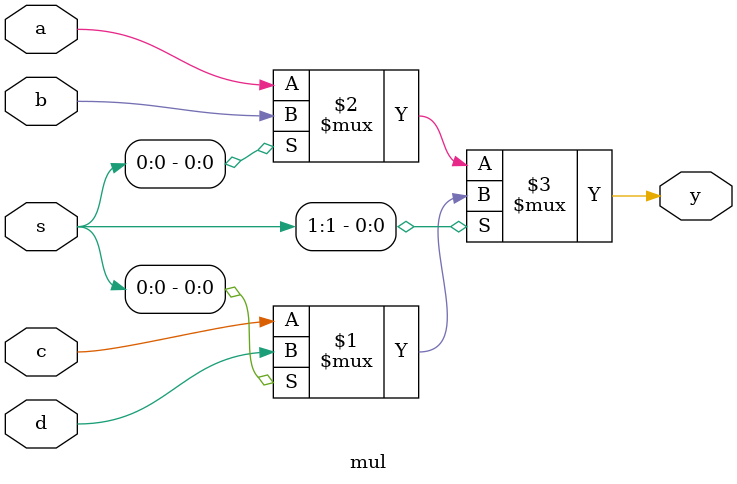
<source format=v>
module mul(input a, b, c, d,
           input [1:0] s,
           output      y      );
    assign y = s[1] ? (s[0] ? d : c)
      :( s[0] ? b : a);
    endmodule
    
</source>
